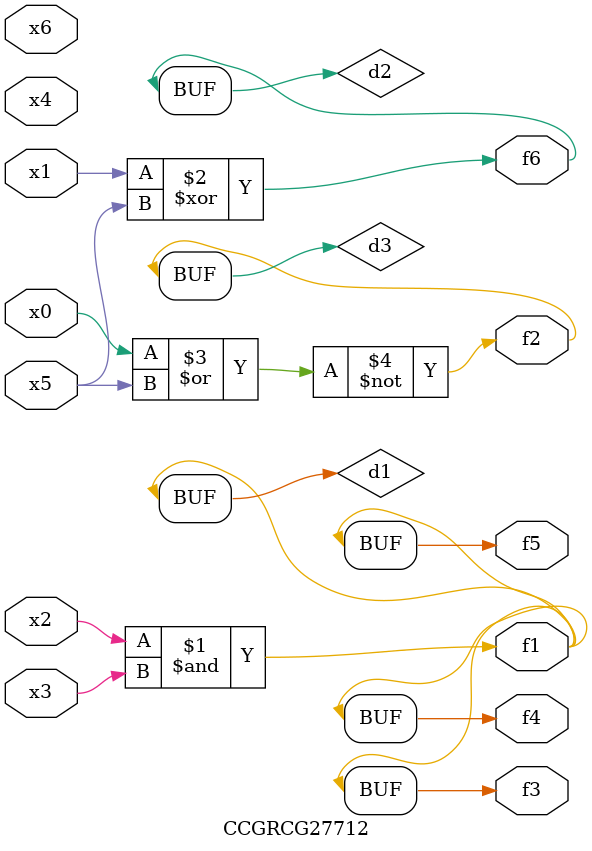
<source format=v>
module CCGRCG27712(
	input x0, x1, x2, x3, x4, x5, x6,
	output f1, f2, f3, f4, f5, f6
);

	wire d1, d2, d3;

	and (d1, x2, x3);
	xor (d2, x1, x5);
	nor (d3, x0, x5);
	assign f1 = d1;
	assign f2 = d3;
	assign f3 = d1;
	assign f4 = d1;
	assign f5 = d1;
	assign f6 = d2;
endmodule

</source>
